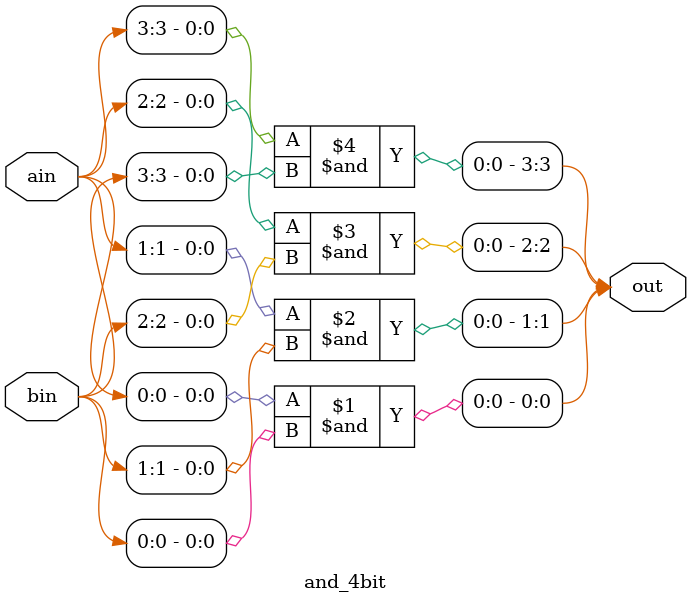
<source format=v>
module and_4bit (
	output [3:0] out,
	input [3:0] ain,
	input [3:0] bin
);

	and (out[0], ain[0], bin[0]);
	and (out[1], ain[1], bin[1]);
	and (out[2], ain[2], bin[2]);
	and (out[3], ain[3], bin[3]);

endmodule
</source>
